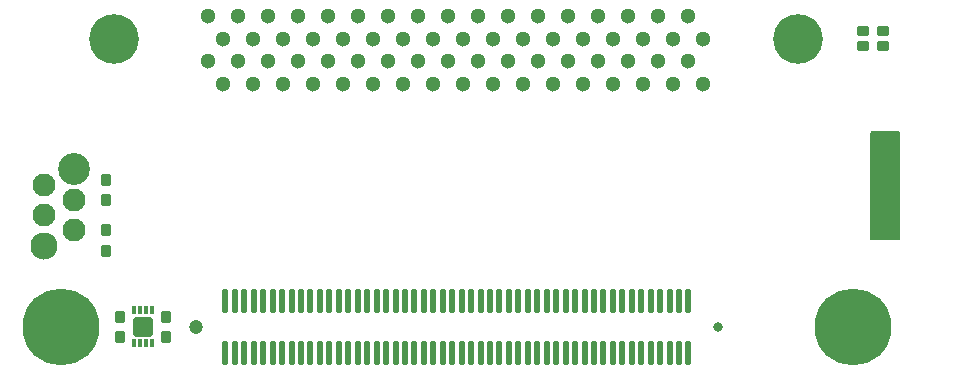
<source format=gts>
G04 #@! TF.GenerationSoftware,KiCad,Pcbnew,8.0.6*
G04 #@! TF.CreationDate,2024-11-07T02:26:58-08:00*
G04 #@! TF.ProjectId,hvd-68-hd,6876642d-3638-42d6-9864-2e6b69636164,1*
G04 #@! TF.SameCoordinates,Original*
G04 #@! TF.FileFunction,Soldermask,Top*
G04 #@! TF.FilePolarity,Negative*
%FSLAX46Y46*%
G04 Gerber Fmt 4.6, Leading zero omitted, Abs format (unit mm)*
G04 Created by KiCad (PCBNEW 8.0.6) date 2024-11-07 02:26:58*
%MOMM*%
%LPD*%
G01*
G04 APERTURE LIST*
G04 Aperture macros list*
%AMRoundRect*
0 Rectangle with rounded corners*
0 $1 Rounding radius*
0 $2 $3 $4 $5 $6 $7 $8 $9 X,Y pos of 4 corners*
0 Add a 4 corners polygon primitive as box body*
4,1,4,$2,$3,$4,$5,$6,$7,$8,$9,$2,$3,0*
0 Add four circle primitives for the rounded corners*
1,1,$1+$1,$2,$3*
1,1,$1+$1,$4,$5*
1,1,$1+$1,$6,$7*
1,1,$1+$1,$8,$9*
0 Add four rect primitives between the rounded corners*
20,1,$1+$1,$2,$3,$4,$5,0*
20,1,$1+$1,$4,$5,$6,$7,0*
20,1,$1+$1,$6,$7,$8,$9,0*
20,1,$1+$1,$8,$9,$2,$3,0*%
G04 Aperture macros list end*
%ADD10C,0.800000*%
%ADD11C,1.200000*%
%ADD12RoundRect,0.125000X0.125000X0.925000X-0.125000X0.925000X-0.125000X-0.925000X0.125000X-0.925000X0*%
%ADD13RoundRect,0.225000X0.225000X-0.275000X0.225000X0.275000X-0.225000X0.275000X-0.225000X-0.275000X0*%
%ADD14RoundRect,0.225000X-0.225000X0.275000X-0.225000X-0.275000X0.225000X-0.275000X0.225000X0.275000X0*%
%ADD15C,1.300000*%
%ADD16C,4.200000*%
%ADD17RoundRect,0.225000X0.275000X0.225000X-0.275000X0.225000X-0.275000X-0.225000X0.275000X-0.225000X0*%
%ADD18RoundRect,0.225000X-0.275000X-0.225000X0.275000X-0.225000X0.275000X0.225000X-0.275000X0.225000X0*%
%ADD19C,6.500000*%
%ADD20RoundRect,0.062500X0.137500X-0.287500X0.137500X0.287500X-0.137500X0.287500X-0.137500X-0.287500X0*%
%ADD21RoundRect,0.265625X0.584375X-0.584375X0.584375X0.584375X-0.584375X0.584375X-0.584375X-0.584375X0*%
%ADD22C,2.300000*%
%ADD23C,2.700000*%
%ADD24C,1.950000*%
G04 APERTURE END LIST*
D10*
G04 #@! TO.C,J1*
X-15400000Y4000000D03*
D11*
X-59600000Y4000000D03*
D12*
X-57100000Y1800000D03*
X-57100000Y6200000D03*
X-56300000Y1800001D03*
X-56300000Y6199999D03*
X-55500000Y1800000D03*
X-55500000Y6200000D03*
X-54700001Y1800000D03*
X-54700001Y6200000D03*
X-53900000Y1800000D03*
X-53900000Y6200000D03*
X-53100000Y1800000D03*
X-53100000Y6200000D03*
X-52299999Y1800000D03*
X-52299999Y6200000D03*
X-51500000Y1800000D03*
X-51500000Y6200000D03*
X-50700000Y1800001D03*
X-50700000Y6199999D03*
X-49900000Y1800000D03*
X-49900000Y6200000D03*
X-49100000Y1800000D03*
X-49100000Y6200000D03*
X-48300000Y1800000D03*
X-48300000Y6200000D03*
X-47500000Y1800000D03*
X-47500000Y6200000D03*
X-46699999Y1800000D03*
X-46699999Y6200000D03*
X-45900000Y1800000D03*
X-45900000Y6200000D03*
X-45100000Y1800001D03*
X-45100000Y6199999D03*
X-44300000Y1800000D03*
X-44300000Y6200000D03*
X-43500000Y1800000D03*
X-43500000Y6200000D03*
X-42700000Y1800000D03*
X-42700000Y6200000D03*
X-41900000Y1800000D03*
X-41900000Y6200000D03*
X-41099999Y1800000D03*
X-41099999Y6200000D03*
X-40300000Y1800000D03*
X-40300000Y6200000D03*
X-39500000Y1800001D03*
X-39500000Y6199999D03*
X-38700000Y1800000D03*
X-38700000Y6200000D03*
X-37900000Y1800000D03*
X-37900000Y6200000D03*
X-37100000Y1800000D03*
X-37100000Y6200000D03*
X-36300000Y1800000D03*
X-36300000Y6200000D03*
X-35500000Y1800001D03*
X-35500000Y6199999D03*
X-34700000Y1800000D03*
X-34700000Y6200000D03*
X-33900001Y1800000D03*
X-33900001Y6200000D03*
X-33100000Y1800000D03*
X-33100000Y6200000D03*
X-32300000Y1800000D03*
X-32300000Y6200000D03*
X-31500000Y1800000D03*
X-31500000Y6200000D03*
X-30700000Y1800000D03*
X-30700000Y6200000D03*
X-29900000Y1800001D03*
X-29900000Y6199999D03*
X-29100000Y1800000D03*
X-29100000Y6200000D03*
X-28300001Y1800000D03*
X-28300001Y6200000D03*
X-27500000Y1800000D03*
X-27500000Y6200000D03*
X-26700000Y1800000D03*
X-26700000Y6200000D03*
X-25900000Y1800000D03*
X-25900000Y6200000D03*
X-25100000Y1800000D03*
X-25100000Y6200000D03*
X-24300000Y1800001D03*
X-24300000Y6199999D03*
X-23500000Y1800000D03*
X-23500000Y6200000D03*
X-22700001Y1800000D03*
X-22700001Y6200000D03*
X-21900000Y1800000D03*
X-21900000Y6200000D03*
X-21100000Y1800000D03*
X-21100000Y6200000D03*
X-20299999Y1800000D03*
X-20299999Y6200000D03*
X-19500000Y1800000D03*
X-19500000Y6200000D03*
X-18700000Y1800001D03*
X-18700000Y6199999D03*
X-17900000Y1800000D03*
X-17900000Y6200000D03*
G04 #@! TD*
D13*
G04 #@! TO.C,R3*
X-67200000Y10450000D03*
X-67200000Y12150000D03*
G04 #@! TD*
D14*
G04 #@! TO.C,R2*
X-67200000Y16450000D03*
X-67200000Y14750000D03*
G04 #@! TD*
D15*
G04 #@! TO.C,J4*
X-58550000Y26484001D03*
X-57280000Y24579001D03*
X-56010000Y26484001D03*
X-54740000Y24579000D03*
X-53470000Y26484001D03*
X-52199999Y24579001D03*
X-50930000Y26484000D03*
X-49659999Y24579000D03*
X-48390000Y26484001D03*
X-47119999Y24579000D03*
X-45850000Y26484001D03*
X-44579998Y24579000D03*
X-43310000Y26484001D03*
X-42039999Y24579001D03*
X-40770000Y26484000D03*
X-39499999Y24579000D03*
X-38230000Y26484000D03*
X-36959999Y24579000D03*
X-35690000Y26484001D03*
X-34420000Y24579001D03*
X-33150000Y26484001D03*
X-31880000Y24579000D03*
X-30610000Y26484001D03*
X-29339998Y24579000D03*
X-28070000Y26484000D03*
X-26799999Y24579000D03*
X-25530000Y26484001D03*
X-24259999Y24579000D03*
X-22990000Y26484001D03*
X-21719998Y24579000D03*
X-20450000Y26484001D03*
X-19179999Y24579001D03*
X-17910000Y26484000D03*
X-16639999Y24579000D03*
X-58550000Y30294000D03*
X-57280000Y28388999D03*
X-56010000Y30294000D03*
X-54740000Y28389000D03*
X-53470000Y30294000D03*
X-52200000Y28389000D03*
X-50930000Y30294000D03*
X-49660000Y28389000D03*
X-48390000Y30294000D03*
X-47120000Y28389000D03*
X-45850000Y30294000D03*
X-44580000Y28388999D03*
X-43310000Y30294000D03*
X-42040000Y28389000D03*
X-40770000Y30294000D03*
X-39500000Y28389000D03*
X-38230000Y30294000D03*
X-36960000Y28389000D03*
X-35690000Y30294000D03*
X-34420000Y28388999D03*
X-33150000Y30294000D03*
X-31880000Y28389000D03*
X-30610000Y30294000D03*
X-29340000Y28389000D03*
X-28070000Y30294000D03*
X-26800000Y28389000D03*
X-25530000Y30294000D03*
X-24260000Y28389000D03*
X-22990000Y30294000D03*
X-21720000Y28388999D03*
X-20450000Y30294000D03*
X-19180000Y28389000D03*
X-17910000Y30294000D03*
X-16640000Y28389000D03*
D16*
X-8639001Y28389000D03*
X-66550000Y28388999D03*
G04 #@! TD*
D13*
G04 #@! TO.C,C1*
X-66050000Y3150000D03*
X-66050000Y4850000D03*
G04 #@! TD*
D17*
G04 #@! TO.C,R4*
X-1450000Y27750000D03*
X-3150000Y27750000D03*
G04 #@! TD*
D18*
G04 #@! TO.C,C2*
X-3150000Y29050000D03*
X-1450000Y29050000D03*
G04 #@! TD*
D19*
G04 #@! TO.C,H4*
X-4000000Y4000000D03*
G04 #@! TD*
D13*
G04 #@! TO.C,R1*
X-62150000Y3150000D03*
X-62150000Y4850000D03*
G04 #@! TD*
D20*
G04 #@! TO.C,U1*
X-64850001Y2600000D03*
X-64350000Y2600000D03*
X-63850000Y2600000D03*
X-63349999Y2600000D03*
X-63349999Y5400000D03*
X-63850000Y5400000D03*
X-64350000Y5400000D03*
X-64850001Y5400000D03*
D21*
X-64100000Y4000000D03*
G04 #@! TD*
D22*
G04 #@! TO.C,J3*
X-72440000Y10870000D03*
D23*
X-69900000Y17340000D03*
D24*
X-72440000Y16010000D03*
X-69900000Y14740000D03*
X-72440000Y13470000D03*
X-69900000Y12200000D03*
G04 #@! TD*
D19*
G04 #@! TO.C,H3*
X-71000000Y4000000D03*
G04 #@! TD*
G36*
X-56961Y20530315D02*
G01*
X-11206Y20477511D01*
X0Y20426000D01*
X0Y11474000D01*
X-19685Y11406961D01*
X-72489Y11361206D01*
X-124000Y11350000D01*
X-2376000Y11350000D01*
X-2443039Y11369685D01*
X-2488794Y11422489D01*
X-2500000Y11474000D01*
X-2500000Y20426000D01*
X-2480315Y20493039D01*
X-2427511Y20538794D01*
X-2376000Y20550000D01*
X-124000Y20550000D01*
X-56961Y20530315D01*
G37*
M02*

</source>
